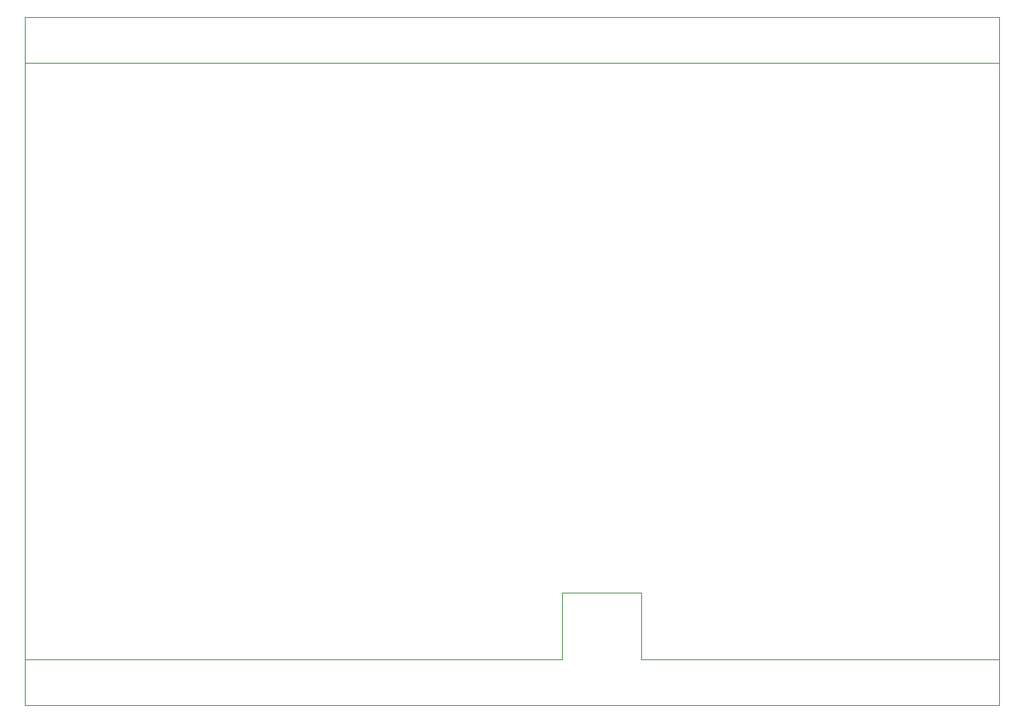
<source format=gm1>
G04*
G04 #@! TF.GenerationSoftware,Altium Limited,Altium Designer,20.1.12 (249)*
G04*
G04 Layer_Color=16711935*
%FSLAX44Y44*%
%MOMM*%
G71*
G04*
G04 #@! TF.SameCoordinates,92C3D8CC-84FC-494B-B6CF-3A4A02D2A6DE*
G04*
G04*
G04 #@! TF.FilePolarity,Positive*
G04*
G01*
G75*
%ADD18C,0.1000*%
D18*
X254000Y955000D02*
X1316500D01*
Y905000D02*
Y955000D01*
X254000Y905000D02*
Y955000D01*
X254000Y204000D02*
Y254000D01*
X1316500Y204000D02*
Y254000D01*
X254000Y204000D02*
X1316500D01*
X926500Y254000D02*
Y327000D01*
X254000Y905000D02*
X254000Y254000D01*
X1316500Y905000D02*
X1316500Y254000D01*
X839500Y254000D02*
Y327000D01*
X926500D01*
Y254000D02*
X1316500Y254000D01*
X254000Y254000D02*
X839500Y254000D01*
X254000Y905000D02*
X1316500D01*
M02*

</source>
